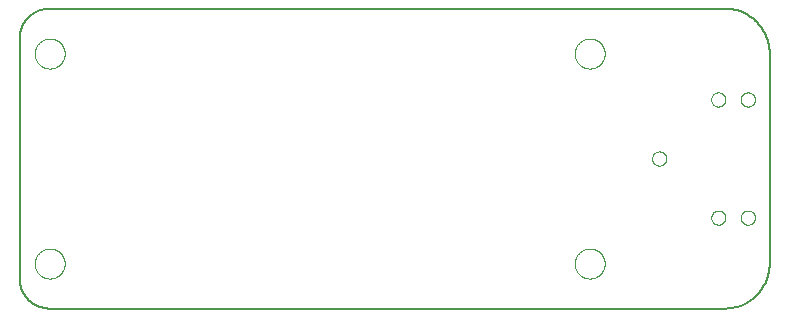
<source format=gko>
G75*
%MOIN*%
%OFA0B0*%
%FSLAX25Y25*%
%IPPOS*%
%LPD*%
%AMOC8*
5,1,8,0,0,1.08239X$1,22.5*
%
%ADD10C,0.00000*%
%ADD11C,0.00600*%
D10*
X0438333Y0038933D02*
X0438335Y0039074D01*
X0438341Y0039215D01*
X0438351Y0039355D01*
X0438365Y0039495D01*
X0438383Y0039635D01*
X0438404Y0039774D01*
X0438430Y0039913D01*
X0438459Y0040051D01*
X0438493Y0040187D01*
X0438530Y0040323D01*
X0438571Y0040458D01*
X0438616Y0040592D01*
X0438665Y0040724D01*
X0438717Y0040855D01*
X0438773Y0040984D01*
X0438833Y0041111D01*
X0438896Y0041237D01*
X0438962Y0041361D01*
X0439033Y0041484D01*
X0439106Y0041604D01*
X0439183Y0041722D01*
X0439263Y0041838D01*
X0439347Y0041951D01*
X0439433Y0042062D01*
X0439523Y0042171D01*
X0439616Y0042277D01*
X0439711Y0042380D01*
X0439810Y0042481D01*
X0439911Y0042579D01*
X0440015Y0042674D01*
X0440122Y0042766D01*
X0440231Y0042855D01*
X0440343Y0042940D01*
X0440457Y0043023D01*
X0440573Y0043103D01*
X0440692Y0043179D01*
X0440813Y0043251D01*
X0440935Y0043321D01*
X0441060Y0043386D01*
X0441186Y0043449D01*
X0441314Y0043507D01*
X0441444Y0043562D01*
X0441575Y0043614D01*
X0441708Y0043661D01*
X0441842Y0043705D01*
X0441977Y0043746D01*
X0442113Y0043782D01*
X0442250Y0043814D01*
X0442388Y0043843D01*
X0442526Y0043868D01*
X0442666Y0043888D01*
X0442806Y0043905D01*
X0442946Y0043918D01*
X0443087Y0043927D01*
X0443227Y0043932D01*
X0443368Y0043933D01*
X0443509Y0043930D01*
X0443650Y0043923D01*
X0443790Y0043912D01*
X0443930Y0043897D01*
X0444070Y0043878D01*
X0444209Y0043856D01*
X0444347Y0043829D01*
X0444485Y0043799D01*
X0444621Y0043764D01*
X0444757Y0043726D01*
X0444891Y0043684D01*
X0445025Y0043638D01*
X0445157Y0043589D01*
X0445287Y0043535D01*
X0445416Y0043478D01*
X0445543Y0043418D01*
X0445669Y0043354D01*
X0445792Y0043286D01*
X0445914Y0043215D01*
X0446034Y0043141D01*
X0446151Y0043063D01*
X0446266Y0042982D01*
X0446379Y0042898D01*
X0446490Y0042811D01*
X0446598Y0042720D01*
X0446703Y0042627D01*
X0446806Y0042530D01*
X0446906Y0042431D01*
X0447003Y0042329D01*
X0447097Y0042224D01*
X0447188Y0042117D01*
X0447276Y0042007D01*
X0447361Y0041895D01*
X0447443Y0041780D01*
X0447522Y0041663D01*
X0447597Y0041544D01*
X0447669Y0041423D01*
X0447737Y0041300D01*
X0447802Y0041175D01*
X0447864Y0041048D01*
X0447921Y0040919D01*
X0447976Y0040789D01*
X0448026Y0040658D01*
X0448073Y0040525D01*
X0448116Y0040391D01*
X0448155Y0040255D01*
X0448190Y0040119D01*
X0448222Y0039982D01*
X0448249Y0039844D01*
X0448273Y0039705D01*
X0448293Y0039565D01*
X0448309Y0039425D01*
X0448321Y0039285D01*
X0448329Y0039144D01*
X0448333Y0039003D01*
X0448333Y0038863D01*
X0448329Y0038722D01*
X0448321Y0038581D01*
X0448309Y0038441D01*
X0448293Y0038301D01*
X0448273Y0038161D01*
X0448249Y0038022D01*
X0448222Y0037884D01*
X0448190Y0037747D01*
X0448155Y0037611D01*
X0448116Y0037475D01*
X0448073Y0037341D01*
X0448026Y0037208D01*
X0447976Y0037077D01*
X0447921Y0036947D01*
X0447864Y0036818D01*
X0447802Y0036691D01*
X0447737Y0036566D01*
X0447669Y0036443D01*
X0447597Y0036322D01*
X0447522Y0036203D01*
X0447443Y0036086D01*
X0447361Y0035971D01*
X0447276Y0035859D01*
X0447188Y0035749D01*
X0447097Y0035642D01*
X0447003Y0035537D01*
X0446906Y0035435D01*
X0446806Y0035336D01*
X0446703Y0035239D01*
X0446598Y0035146D01*
X0446490Y0035055D01*
X0446379Y0034968D01*
X0446266Y0034884D01*
X0446151Y0034803D01*
X0446034Y0034725D01*
X0445914Y0034651D01*
X0445792Y0034580D01*
X0445669Y0034512D01*
X0445543Y0034448D01*
X0445416Y0034388D01*
X0445287Y0034331D01*
X0445157Y0034277D01*
X0445025Y0034228D01*
X0444891Y0034182D01*
X0444757Y0034140D01*
X0444621Y0034102D01*
X0444485Y0034067D01*
X0444347Y0034037D01*
X0444209Y0034010D01*
X0444070Y0033988D01*
X0443930Y0033969D01*
X0443790Y0033954D01*
X0443650Y0033943D01*
X0443509Y0033936D01*
X0443368Y0033933D01*
X0443227Y0033934D01*
X0443087Y0033939D01*
X0442946Y0033948D01*
X0442806Y0033961D01*
X0442666Y0033978D01*
X0442526Y0033998D01*
X0442388Y0034023D01*
X0442250Y0034052D01*
X0442113Y0034084D01*
X0441977Y0034120D01*
X0441842Y0034161D01*
X0441708Y0034205D01*
X0441575Y0034252D01*
X0441444Y0034304D01*
X0441314Y0034359D01*
X0441186Y0034417D01*
X0441060Y0034480D01*
X0440935Y0034545D01*
X0440813Y0034615D01*
X0440692Y0034687D01*
X0440573Y0034763D01*
X0440457Y0034843D01*
X0440343Y0034926D01*
X0440231Y0035011D01*
X0440122Y0035100D01*
X0440015Y0035192D01*
X0439911Y0035287D01*
X0439810Y0035385D01*
X0439711Y0035486D01*
X0439616Y0035589D01*
X0439523Y0035695D01*
X0439433Y0035804D01*
X0439347Y0035915D01*
X0439263Y0036028D01*
X0439183Y0036144D01*
X0439106Y0036262D01*
X0439033Y0036382D01*
X0438962Y0036505D01*
X0438896Y0036629D01*
X0438833Y0036755D01*
X0438773Y0036882D01*
X0438717Y0037011D01*
X0438665Y0037142D01*
X0438616Y0037274D01*
X0438571Y0037408D01*
X0438530Y0037543D01*
X0438493Y0037679D01*
X0438459Y0037815D01*
X0438430Y0037953D01*
X0438404Y0038092D01*
X0438383Y0038231D01*
X0438365Y0038371D01*
X0438351Y0038511D01*
X0438341Y0038651D01*
X0438335Y0038792D01*
X0438333Y0038933D01*
X0618333Y0038933D02*
X0618335Y0039074D01*
X0618341Y0039215D01*
X0618351Y0039355D01*
X0618365Y0039495D01*
X0618383Y0039635D01*
X0618404Y0039774D01*
X0618430Y0039913D01*
X0618459Y0040051D01*
X0618493Y0040187D01*
X0618530Y0040323D01*
X0618571Y0040458D01*
X0618616Y0040592D01*
X0618665Y0040724D01*
X0618717Y0040855D01*
X0618773Y0040984D01*
X0618833Y0041111D01*
X0618896Y0041237D01*
X0618962Y0041361D01*
X0619033Y0041484D01*
X0619106Y0041604D01*
X0619183Y0041722D01*
X0619263Y0041838D01*
X0619347Y0041951D01*
X0619433Y0042062D01*
X0619523Y0042171D01*
X0619616Y0042277D01*
X0619711Y0042380D01*
X0619810Y0042481D01*
X0619911Y0042579D01*
X0620015Y0042674D01*
X0620122Y0042766D01*
X0620231Y0042855D01*
X0620343Y0042940D01*
X0620457Y0043023D01*
X0620573Y0043103D01*
X0620692Y0043179D01*
X0620813Y0043251D01*
X0620935Y0043321D01*
X0621060Y0043386D01*
X0621186Y0043449D01*
X0621314Y0043507D01*
X0621444Y0043562D01*
X0621575Y0043614D01*
X0621708Y0043661D01*
X0621842Y0043705D01*
X0621977Y0043746D01*
X0622113Y0043782D01*
X0622250Y0043814D01*
X0622388Y0043843D01*
X0622526Y0043868D01*
X0622666Y0043888D01*
X0622806Y0043905D01*
X0622946Y0043918D01*
X0623087Y0043927D01*
X0623227Y0043932D01*
X0623368Y0043933D01*
X0623509Y0043930D01*
X0623650Y0043923D01*
X0623790Y0043912D01*
X0623930Y0043897D01*
X0624070Y0043878D01*
X0624209Y0043856D01*
X0624347Y0043829D01*
X0624485Y0043799D01*
X0624621Y0043764D01*
X0624757Y0043726D01*
X0624891Y0043684D01*
X0625025Y0043638D01*
X0625157Y0043589D01*
X0625287Y0043535D01*
X0625416Y0043478D01*
X0625543Y0043418D01*
X0625669Y0043354D01*
X0625792Y0043286D01*
X0625914Y0043215D01*
X0626034Y0043141D01*
X0626151Y0043063D01*
X0626266Y0042982D01*
X0626379Y0042898D01*
X0626490Y0042811D01*
X0626598Y0042720D01*
X0626703Y0042627D01*
X0626806Y0042530D01*
X0626906Y0042431D01*
X0627003Y0042329D01*
X0627097Y0042224D01*
X0627188Y0042117D01*
X0627276Y0042007D01*
X0627361Y0041895D01*
X0627443Y0041780D01*
X0627522Y0041663D01*
X0627597Y0041544D01*
X0627669Y0041423D01*
X0627737Y0041300D01*
X0627802Y0041175D01*
X0627864Y0041048D01*
X0627921Y0040919D01*
X0627976Y0040789D01*
X0628026Y0040658D01*
X0628073Y0040525D01*
X0628116Y0040391D01*
X0628155Y0040255D01*
X0628190Y0040119D01*
X0628222Y0039982D01*
X0628249Y0039844D01*
X0628273Y0039705D01*
X0628293Y0039565D01*
X0628309Y0039425D01*
X0628321Y0039285D01*
X0628329Y0039144D01*
X0628333Y0039003D01*
X0628333Y0038863D01*
X0628329Y0038722D01*
X0628321Y0038581D01*
X0628309Y0038441D01*
X0628293Y0038301D01*
X0628273Y0038161D01*
X0628249Y0038022D01*
X0628222Y0037884D01*
X0628190Y0037747D01*
X0628155Y0037611D01*
X0628116Y0037475D01*
X0628073Y0037341D01*
X0628026Y0037208D01*
X0627976Y0037077D01*
X0627921Y0036947D01*
X0627864Y0036818D01*
X0627802Y0036691D01*
X0627737Y0036566D01*
X0627669Y0036443D01*
X0627597Y0036322D01*
X0627522Y0036203D01*
X0627443Y0036086D01*
X0627361Y0035971D01*
X0627276Y0035859D01*
X0627188Y0035749D01*
X0627097Y0035642D01*
X0627003Y0035537D01*
X0626906Y0035435D01*
X0626806Y0035336D01*
X0626703Y0035239D01*
X0626598Y0035146D01*
X0626490Y0035055D01*
X0626379Y0034968D01*
X0626266Y0034884D01*
X0626151Y0034803D01*
X0626034Y0034725D01*
X0625914Y0034651D01*
X0625792Y0034580D01*
X0625669Y0034512D01*
X0625543Y0034448D01*
X0625416Y0034388D01*
X0625287Y0034331D01*
X0625157Y0034277D01*
X0625025Y0034228D01*
X0624891Y0034182D01*
X0624757Y0034140D01*
X0624621Y0034102D01*
X0624485Y0034067D01*
X0624347Y0034037D01*
X0624209Y0034010D01*
X0624070Y0033988D01*
X0623930Y0033969D01*
X0623790Y0033954D01*
X0623650Y0033943D01*
X0623509Y0033936D01*
X0623368Y0033933D01*
X0623227Y0033934D01*
X0623087Y0033939D01*
X0622946Y0033948D01*
X0622806Y0033961D01*
X0622666Y0033978D01*
X0622526Y0033998D01*
X0622388Y0034023D01*
X0622250Y0034052D01*
X0622113Y0034084D01*
X0621977Y0034120D01*
X0621842Y0034161D01*
X0621708Y0034205D01*
X0621575Y0034252D01*
X0621444Y0034304D01*
X0621314Y0034359D01*
X0621186Y0034417D01*
X0621060Y0034480D01*
X0620935Y0034545D01*
X0620813Y0034615D01*
X0620692Y0034687D01*
X0620573Y0034763D01*
X0620457Y0034843D01*
X0620343Y0034926D01*
X0620231Y0035011D01*
X0620122Y0035100D01*
X0620015Y0035192D01*
X0619911Y0035287D01*
X0619810Y0035385D01*
X0619711Y0035486D01*
X0619616Y0035589D01*
X0619523Y0035695D01*
X0619433Y0035804D01*
X0619347Y0035915D01*
X0619263Y0036028D01*
X0619183Y0036144D01*
X0619106Y0036262D01*
X0619033Y0036382D01*
X0618962Y0036505D01*
X0618896Y0036629D01*
X0618833Y0036755D01*
X0618773Y0036882D01*
X0618717Y0037011D01*
X0618665Y0037142D01*
X0618616Y0037274D01*
X0618571Y0037408D01*
X0618530Y0037543D01*
X0618493Y0037679D01*
X0618459Y0037815D01*
X0618430Y0037953D01*
X0618404Y0038092D01*
X0618383Y0038231D01*
X0618365Y0038371D01*
X0618351Y0038511D01*
X0618341Y0038651D01*
X0618335Y0038792D01*
X0618333Y0038933D01*
X0663845Y0054248D02*
X0663847Y0054345D01*
X0663853Y0054442D01*
X0663863Y0054538D01*
X0663877Y0054634D01*
X0663895Y0054730D01*
X0663916Y0054824D01*
X0663942Y0054918D01*
X0663971Y0055010D01*
X0664005Y0055101D01*
X0664041Y0055191D01*
X0664082Y0055279D01*
X0664126Y0055365D01*
X0664174Y0055450D01*
X0664225Y0055532D01*
X0664279Y0055613D01*
X0664337Y0055691D01*
X0664398Y0055766D01*
X0664461Y0055839D01*
X0664528Y0055910D01*
X0664598Y0055977D01*
X0664670Y0056042D01*
X0664745Y0056103D01*
X0664823Y0056162D01*
X0664902Y0056217D01*
X0664984Y0056269D01*
X0665068Y0056317D01*
X0665154Y0056362D01*
X0665242Y0056404D01*
X0665331Y0056442D01*
X0665422Y0056476D01*
X0665514Y0056506D01*
X0665607Y0056533D01*
X0665702Y0056555D01*
X0665797Y0056574D01*
X0665893Y0056589D01*
X0665989Y0056600D01*
X0666086Y0056607D01*
X0666183Y0056610D01*
X0666280Y0056609D01*
X0666377Y0056604D01*
X0666473Y0056595D01*
X0666569Y0056582D01*
X0666665Y0056565D01*
X0666760Y0056544D01*
X0666853Y0056520D01*
X0666946Y0056491D01*
X0667038Y0056459D01*
X0667128Y0056423D01*
X0667216Y0056384D01*
X0667303Y0056340D01*
X0667388Y0056294D01*
X0667471Y0056243D01*
X0667552Y0056190D01*
X0667630Y0056133D01*
X0667707Y0056073D01*
X0667780Y0056010D01*
X0667851Y0055944D01*
X0667919Y0055875D01*
X0667985Y0055803D01*
X0668047Y0055729D01*
X0668106Y0055652D01*
X0668162Y0055573D01*
X0668215Y0055491D01*
X0668265Y0055408D01*
X0668310Y0055322D01*
X0668353Y0055235D01*
X0668392Y0055146D01*
X0668427Y0055056D01*
X0668458Y0054964D01*
X0668485Y0054871D01*
X0668509Y0054777D01*
X0668529Y0054682D01*
X0668545Y0054586D01*
X0668557Y0054490D01*
X0668565Y0054393D01*
X0668569Y0054296D01*
X0668569Y0054200D01*
X0668565Y0054103D01*
X0668557Y0054006D01*
X0668545Y0053910D01*
X0668529Y0053814D01*
X0668509Y0053719D01*
X0668485Y0053625D01*
X0668458Y0053532D01*
X0668427Y0053440D01*
X0668392Y0053350D01*
X0668353Y0053261D01*
X0668310Y0053174D01*
X0668265Y0053088D01*
X0668215Y0053005D01*
X0668162Y0052923D01*
X0668106Y0052844D01*
X0668047Y0052767D01*
X0667985Y0052693D01*
X0667919Y0052621D01*
X0667851Y0052552D01*
X0667780Y0052486D01*
X0667707Y0052423D01*
X0667630Y0052363D01*
X0667552Y0052306D01*
X0667471Y0052253D01*
X0667388Y0052202D01*
X0667303Y0052156D01*
X0667216Y0052112D01*
X0667128Y0052073D01*
X0667038Y0052037D01*
X0666946Y0052005D01*
X0666853Y0051976D01*
X0666760Y0051952D01*
X0666665Y0051931D01*
X0666569Y0051914D01*
X0666473Y0051901D01*
X0666377Y0051892D01*
X0666280Y0051887D01*
X0666183Y0051886D01*
X0666086Y0051889D01*
X0665989Y0051896D01*
X0665893Y0051907D01*
X0665797Y0051922D01*
X0665702Y0051941D01*
X0665607Y0051963D01*
X0665514Y0051990D01*
X0665422Y0052020D01*
X0665331Y0052054D01*
X0665242Y0052092D01*
X0665154Y0052134D01*
X0665068Y0052179D01*
X0664984Y0052227D01*
X0664902Y0052279D01*
X0664823Y0052334D01*
X0664745Y0052393D01*
X0664670Y0052454D01*
X0664598Y0052519D01*
X0664528Y0052586D01*
X0664461Y0052657D01*
X0664398Y0052730D01*
X0664337Y0052805D01*
X0664279Y0052883D01*
X0664225Y0052964D01*
X0664174Y0053046D01*
X0664126Y0053131D01*
X0664082Y0053217D01*
X0664041Y0053305D01*
X0664005Y0053395D01*
X0663971Y0053486D01*
X0663942Y0053578D01*
X0663916Y0053672D01*
X0663895Y0053766D01*
X0663877Y0053862D01*
X0663863Y0053958D01*
X0663853Y0054054D01*
X0663847Y0054151D01*
X0663845Y0054248D01*
X0673688Y0054248D02*
X0673690Y0054345D01*
X0673696Y0054442D01*
X0673706Y0054538D01*
X0673720Y0054634D01*
X0673738Y0054730D01*
X0673759Y0054824D01*
X0673785Y0054918D01*
X0673814Y0055010D01*
X0673848Y0055101D01*
X0673884Y0055191D01*
X0673925Y0055279D01*
X0673969Y0055365D01*
X0674017Y0055450D01*
X0674068Y0055532D01*
X0674122Y0055613D01*
X0674180Y0055691D01*
X0674241Y0055766D01*
X0674304Y0055839D01*
X0674371Y0055910D01*
X0674441Y0055977D01*
X0674513Y0056042D01*
X0674588Y0056103D01*
X0674666Y0056162D01*
X0674745Y0056217D01*
X0674827Y0056269D01*
X0674911Y0056317D01*
X0674997Y0056362D01*
X0675085Y0056404D01*
X0675174Y0056442D01*
X0675265Y0056476D01*
X0675357Y0056506D01*
X0675450Y0056533D01*
X0675545Y0056555D01*
X0675640Y0056574D01*
X0675736Y0056589D01*
X0675832Y0056600D01*
X0675929Y0056607D01*
X0676026Y0056610D01*
X0676123Y0056609D01*
X0676220Y0056604D01*
X0676316Y0056595D01*
X0676412Y0056582D01*
X0676508Y0056565D01*
X0676603Y0056544D01*
X0676696Y0056520D01*
X0676789Y0056491D01*
X0676881Y0056459D01*
X0676971Y0056423D01*
X0677059Y0056384D01*
X0677146Y0056340D01*
X0677231Y0056294D01*
X0677314Y0056243D01*
X0677395Y0056190D01*
X0677473Y0056133D01*
X0677550Y0056073D01*
X0677623Y0056010D01*
X0677694Y0055944D01*
X0677762Y0055875D01*
X0677828Y0055803D01*
X0677890Y0055729D01*
X0677949Y0055652D01*
X0678005Y0055573D01*
X0678058Y0055491D01*
X0678108Y0055408D01*
X0678153Y0055322D01*
X0678196Y0055235D01*
X0678235Y0055146D01*
X0678270Y0055056D01*
X0678301Y0054964D01*
X0678328Y0054871D01*
X0678352Y0054777D01*
X0678372Y0054682D01*
X0678388Y0054586D01*
X0678400Y0054490D01*
X0678408Y0054393D01*
X0678412Y0054296D01*
X0678412Y0054200D01*
X0678408Y0054103D01*
X0678400Y0054006D01*
X0678388Y0053910D01*
X0678372Y0053814D01*
X0678352Y0053719D01*
X0678328Y0053625D01*
X0678301Y0053532D01*
X0678270Y0053440D01*
X0678235Y0053350D01*
X0678196Y0053261D01*
X0678153Y0053174D01*
X0678108Y0053088D01*
X0678058Y0053005D01*
X0678005Y0052923D01*
X0677949Y0052844D01*
X0677890Y0052767D01*
X0677828Y0052693D01*
X0677762Y0052621D01*
X0677694Y0052552D01*
X0677623Y0052486D01*
X0677550Y0052423D01*
X0677473Y0052363D01*
X0677395Y0052306D01*
X0677314Y0052253D01*
X0677231Y0052202D01*
X0677146Y0052156D01*
X0677059Y0052112D01*
X0676971Y0052073D01*
X0676881Y0052037D01*
X0676789Y0052005D01*
X0676696Y0051976D01*
X0676603Y0051952D01*
X0676508Y0051931D01*
X0676412Y0051914D01*
X0676316Y0051901D01*
X0676220Y0051892D01*
X0676123Y0051887D01*
X0676026Y0051886D01*
X0675929Y0051889D01*
X0675832Y0051896D01*
X0675736Y0051907D01*
X0675640Y0051922D01*
X0675545Y0051941D01*
X0675450Y0051963D01*
X0675357Y0051990D01*
X0675265Y0052020D01*
X0675174Y0052054D01*
X0675085Y0052092D01*
X0674997Y0052134D01*
X0674911Y0052179D01*
X0674827Y0052227D01*
X0674745Y0052279D01*
X0674666Y0052334D01*
X0674588Y0052393D01*
X0674513Y0052454D01*
X0674441Y0052519D01*
X0674371Y0052586D01*
X0674304Y0052657D01*
X0674241Y0052730D01*
X0674180Y0052805D01*
X0674122Y0052883D01*
X0674068Y0052964D01*
X0674017Y0053046D01*
X0673969Y0053131D01*
X0673925Y0053217D01*
X0673884Y0053305D01*
X0673848Y0053395D01*
X0673814Y0053486D01*
X0673785Y0053578D01*
X0673759Y0053672D01*
X0673738Y0053766D01*
X0673720Y0053862D01*
X0673706Y0053958D01*
X0673696Y0054054D01*
X0673690Y0054151D01*
X0673688Y0054248D01*
X0644160Y0073933D02*
X0644162Y0074030D01*
X0644168Y0074127D01*
X0644178Y0074223D01*
X0644192Y0074319D01*
X0644210Y0074415D01*
X0644231Y0074509D01*
X0644257Y0074603D01*
X0644286Y0074695D01*
X0644320Y0074786D01*
X0644356Y0074876D01*
X0644397Y0074964D01*
X0644441Y0075050D01*
X0644489Y0075135D01*
X0644540Y0075217D01*
X0644594Y0075298D01*
X0644652Y0075376D01*
X0644713Y0075451D01*
X0644776Y0075524D01*
X0644843Y0075595D01*
X0644913Y0075662D01*
X0644985Y0075727D01*
X0645060Y0075788D01*
X0645138Y0075847D01*
X0645217Y0075902D01*
X0645299Y0075954D01*
X0645383Y0076002D01*
X0645469Y0076047D01*
X0645557Y0076089D01*
X0645646Y0076127D01*
X0645737Y0076161D01*
X0645829Y0076191D01*
X0645922Y0076218D01*
X0646017Y0076240D01*
X0646112Y0076259D01*
X0646208Y0076274D01*
X0646304Y0076285D01*
X0646401Y0076292D01*
X0646498Y0076295D01*
X0646595Y0076294D01*
X0646692Y0076289D01*
X0646788Y0076280D01*
X0646884Y0076267D01*
X0646980Y0076250D01*
X0647075Y0076229D01*
X0647168Y0076205D01*
X0647261Y0076176D01*
X0647353Y0076144D01*
X0647443Y0076108D01*
X0647531Y0076069D01*
X0647618Y0076025D01*
X0647703Y0075979D01*
X0647786Y0075928D01*
X0647867Y0075875D01*
X0647945Y0075818D01*
X0648022Y0075758D01*
X0648095Y0075695D01*
X0648166Y0075629D01*
X0648234Y0075560D01*
X0648300Y0075488D01*
X0648362Y0075414D01*
X0648421Y0075337D01*
X0648477Y0075258D01*
X0648530Y0075176D01*
X0648580Y0075093D01*
X0648625Y0075007D01*
X0648668Y0074920D01*
X0648707Y0074831D01*
X0648742Y0074741D01*
X0648773Y0074649D01*
X0648800Y0074556D01*
X0648824Y0074462D01*
X0648844Y0074367D01*
X0648860Y0074271D01*
X0648872Y0074175D01*
X0648880Y0074078D01*
X0648884Y0073981D01*
X0648884Y0073885D01*
X0648880Y0073788D01*
X0648872Y0073691D01*
X0648860Y0073595D01*
X0648844Y0073499D01*
X0648824Y0073404D01*
X0648800Y0073310D01*
X0648773Y0073217D01*
X0648742Y0073125D01*
X0648707Y0073035D01*
X0648668Y0072946D01*
X0648625Y0072859D01*
X0648580Y0072773D01*
X0648530Y0072690D01*
X0648477Y0072608D01*
X0648421Y0072529D01*
X0648362Y0072452D01*
X0648300Y0072378D01*
X0648234Y0072306D01*
X0648166Y0072237D01*
X0648095Y0072171D01*
X0648022Y0072108D01*
X0647945Y0072048D01*
X0647867Y0071991D01*
X0647786Y0071938D01*
X0647703Y0071887D01*
X0647618Y0071841D01*
X0647531Y0071797D01*
X0647443Y0071758D01*
X0647353Y0071722D01*
X0647261Y0071690D01*
X0647168Y0071661D01*
X0647075Y0071637D01*
X0646980Y0071616D01*
X0646884Y0071599D01*
X0646788Y0071586D01*
X0646692Y0071577D01*
X0646595Y0071572D01*
X0646498Y0071571D01*
X0646401Y0071574D01*
X0646304Y0071581D01*
X0646208Y0071592D01*
X0646112Y0071607D01*
X0646017Y0071626D01*
X0645922Y0071648D01*
X0645829Y0071675D01*
X0645737Y0071705D01*
X0645646Y0071739D01*
X0645557Y0071777D01*
X0645469Y0071819D01*
X0645383Y0071864D01*
X0645299Y0071912D01*
X0645217Y0071964D01*
X0645138Y0072019D01*
X0645060Y0072078D01*
X0644985Y0072139D01*
X0644913Y0072204D01*
X0644843Y0072271D01*
X0644776Y0072342D01*
X0644713Y0072415D01*
X0644652Y0072490D01*
X0644594Y0072568D01*
X0644540Y0072649D01*
X0644489Y0072731D01*
X0644441Y0072816D01*
X0644397Y0072902D01*
X0644356Y0072990D01*
X0644320Y0073080D01*
X0644286Y0073171D01*
X0644257Y0073263D01*
X0644231Y0073357D01*
X0644210Y0073451D01*
X0644192Y0073547D01*
X0644178Y0073643D01*
X0644168Y0073739D01*
X0644162Y0073836D01*
X0644160Y0073933D01*
X0663845Y0093618D02*
X0663847Y0093715D01*
X0663853Y0093812D01*
X0663863Y0093908D01*
X0663877Y0094004D01*
X0663895Y0094100D01*
X0663916Y0094194D01*
X0663942Y0094288D01*
X0663971Y0094380D01*
X0664005Y0094471D01*
X0664041Y0094561D01*
X0664082Y0094649D01*
X0664126Y0094735D01*
X0664174Y0094820D01*
X0664225Y0094902D01*
X0664279Y0094983D01*
X0664337Y0095061D01*
X0664398Y0095136D01*
X0664461Y0095209D01*
X0664528Y0095280D01*
X0664598Y0095347D01*
X0664670Y0095412D01*
X0664745Y0095473D01*
X0664823Y0095532D01*
X0664902Y0095587D01*
X0664984Y0095639D01*
X0665068Y0095687D01*
X0665154Y0095732D01*
X0665242Y0095774D01*
X0665331Y0095812D01*
X0665422Y0095846D01*
X0665514Y0095876D01*
X0665607Y0095903D01*
X0665702Y0095925D01*
X0665797Y0095944D01*
X0665893Y0095959D01*
X0665989Y0095970D01*
X0666086Y0095977D01*
X0666183Y0095980D01*
X0666280Y0095979D01*
X0666377Y0095974D01*
X0666473Y0095965D01*
X0666569Y0095952D01*
X0666665Y0095935D01*
X0666760Y0095914D01*
X0666853Y0095890D01*
X0666946Y0095861D01*
X0667038Y0095829D01*
X0667128Y0095793D01*
X0667216Y0095754D01*
X0667303Y0095710D01*
X0667388Y0095664D01*
X0667471Y0095613D01*
X0667552Y0095560D01*
X0667630Y0095503D01*
X0667707Y0095443D01*
X0667780Y0095380D01*
X0667851Y0095314D01*
X0667919Y0095245D01*
X0667985Y0095173D01*
X0668047Y0095099D01*
X0668106Y0095022D01*
X0668162Y0094943D01*
X0668215Y0094861D01*
X0668265Y0094778D01*
X0668310Y0094692D01*
X0668353Y0094605D01*
X0668392Y0094516D01*
X0668427Y0094426D01*
X0668458Y0094334D01*
X0668485Y0094241D01*
X0668509Y0094147D01*
X0668529Y0094052D01*
X0668545Y0093956D01*
X0668557Y0093860D01*
X0668565Y0093763D01*
X0668569Y0093666D01*
X0668569Y0093570D01*
X0668565Y0093473D01*
X0668557Y0093376D01*
X0668545Y0093280D01*
X0668529Y0093184D01*
X0668509Y0093089D01*
X0668485Y0092995D01*
X0668458Y0092902D01*
X0668427Y0092810D01*
X0668392Y0092720D01*
X0668353Y0092631D01*
X0668310Y0092544D01*
X0668265Y0092458D01*
X0668215Y0092375D01*
X0668162Y0092293D01*
X0668106Y0092214D01*
X0668047Y0092137D01*
X0667985Y0092063D01*
X0667919Y0091991D01*
X0667851Y0091922D01*
X0667780Y0091856D01*
X0667707Y0091793D01*
X0667630Y0091733D01*
X0667552Y0091676D01*
X0667471Y0091623D01*
X0667388Y0091572D01*
X0667303Y0091526D01*
X0667216Y0091482D01*
X0667128Y0091443D01*
X0667038Y0091407D01*
X0666946Y0091375D01*
X0666853Y0091346D01*
X0666760Y0091322D01*
X0666665Y0091301D01*
X0666569Y0091284D01*
X0666473Y0091271D01*
X0666377Y0091262D01*
X0666280Y0091257D01*
X0666183Y0091256D01*
X0666086Y0091259D01*
X0665989Y0091266D01*
X0665893Y0091277D01*
X0665797Y0091292D01*
X0665702Y0091311D01*
X0665607Y0091333D01*
X0665514Y0091360D01*
X0665422Y0091390D01*
X0665331Y0091424D01*
X0665242Y0091462D01*
X0665154Y0091504D01*
X0665068Y0091549D01*
X0664984Y0091597D01*
X0664902Y0091649D01*
X0664823Y0091704D01*
X0664745Y0091763D01*
X0664670Y0091824D01*
X0664598Y0091889D01*
X0664528Y0091956D01*
X0664461Y0092027D01*
X0664398Y0092100D01*
X0664337Y0092175D01*
X0664279Y0092253D01*
X0664225Y0092334D01*
X0664174Y0092416D01*
X0664126Y0092501D01*
X0664082Y0092587D01*
X0664041Y0092675D01*
X0664005Y0092765D01*
X0663971Y0092856D01*
X0663942Y0092948D01*
X0663916Y0093042D01*
X0663895Y0093136D01*
X0663877Y0093232D01*
X0663863Y0093328D01*
X0663853Y0093424D01*
X0663847Y0093521D01*
X0663845Y0093618D01*
X0673688Y0093618D02*
X0673690Y0093715D01*
X0673696Y0093812D01*
X0673706Y0093908D01*
X0673720Y0094004D01*
X0673738Y0094100D01*
X0673759Y0094194D01*
X0673785Y0094288D01*
X0673814Y0094380D01*
X0673848Y0094471D01*
X0673884Y0094561D01*
X0673925Y0094649D01*
X0673969Y0094735D01*
X0674017Y0094820D01*
X0674068Y0094902D01*
X0674122Y0094983D01*
X0674180Y0095061D01*
X0674241Y0095136D01*
X0674304Y0095209D01*
X0674371Y0095280D01*
X0674441Y0095347D01*
X0674513Y0095412D01*
X0674588Y0095473D01*
X0674666Y0095532D01*
X0674745Y0095587D01*
X0674827Y0095639D01*
X0674911Y0095687D01*
X0674997Y0095732D01*
X0675085Y0095774D01*
X0675174Y0095812D01*
X0675265Y0095846D01*
X0675357Y0095876D01*
X0675450Y0095903D01*
X0675545Y0095925D01*
X0675640Y0095944D01*
X0675736Y0095959D01*
X0675832Y0095970D01*
X0675929Y0095977D01*
X0676026Y0095980D01*
X0676123Y0095979D01*
X0676220Y0095974D01*
X0676316Y0095965D01*
X0676412Y0095952D01*
X0676508Y0095935D01*
X0676603Y0095914D01*
X0676696Y0095890D01*
X0676789Y0095861D01*
X0676881Y0095829D01*
X0676971Y0095793D01*
X0677059Y0095754D01*
X0677146Y0095710D01*
X0677231Y0095664D01*
X0677314Y0095613D01*
X0677395Y0095560D01*
X0677473Y0095503D01*
X0677550Y0095443D01*
X0677623Y0095380D01*
X0677694Y0095314D01*
X0677762Y0095245D01*
X0677828Y0095173D01*
X0677890Y0095099D01*
X0677949Y0095022D01*
X0678005Y0094943D01*
X0678058Y0094861D01*
X0678108Y0094778D01*
X0678153Y0094692D01*
X0678196Y0094605D01*
X0678235Y0094516D01*
X0678270Y0094426D01*
X0678301Y0094334D01*
X0678328Y0094241D01*
X0678352Y0094147D01*
X0678372Y0094052D01*
X0678388Y0093956D01*
X0678400Y0093860D01*
X0678408Y0093763D01*
X0678412Y0093666D01*
X0678412Y0093570D01*
X0678408Y0093473D01*
X0678400Y0093376D01*
X0678388Y0093280D01*
X0678372Y0093184D01*
X0678352Y0093089D01*
X0678328Y0092995D01*
X0678301Y0092902D01*
X0678270Y0092810D01*
X0678235Y0092720D01*
X0678196Y0092631D01*
X0678153Y0092544D01*
X0678108Y0092458D01*
X0678058Y0092375D01*
X0678005Y0092293D01*
X0677949Y0092214D01*
X0677890Y0092137D01*
X0677828Y0092063D01*
X0677762Y0091991D01*
X0677694Y0091922D01*
X0677623Y0091856D01*
X0677550Y0091793D01*
X0677473Y0091733D01*
X0677395Y0091676D01*
X0677314Y0091623D01*
X0677231Y0091572D01*
X0677146Y0091526D01*
X0677059Y0091482D01*
X0676971Y0091443D01*
X0676881Y0091407D01*
X0676789Y0091375D01*
X0676696Y0091346D01*
X0676603Y0091322D01*
X0676508Y0091301D01*
X0676412Y0091284D01*
X0676316Y0091271D01*
X0676220Y0091262D01*
X0676123Y0091257D01*
X0676026Y0091256D01*
X0675929Y0091259D01*
X0675832Y0091266D01*
X0675736Y0091277D01*
X0675640Y0091292D01*
X0675545Y0091311D01*
X0675450Y0091333D01*
X0675357Y0091360D01*
X0675265Y0091390D01*
X0675174Y0091424D01*
X0675085Y0091462D01*
X0674997Y0091504D01*
X0674911Y0091549D01*
X0674827Y0091597D01*
X0674745Y0091649D01*
X0674666Y0091704D01*
X0674588Y0091763D01*
X0674513Y0091824D01*
X0674441Y0091889D01*
X0674371Y0091956D01*
X0674304Y0092027D01*
X0674241Y0092100D01*
X0674180Y0092175D01*
X0674122Y0092253D01*
X0674068Y0092334D01*
X0674017Y0092416D01*
X0673969Y0092501D01*
X0673925Y0092587D01*
X0673884Y0092675D01*
X0673848Y0092765D01*
X0673814Y0092856D01*
X0673785Y0092948D01*
X0673759Y0093042D01*
X0673738Y0093136D01*
X0673720Y0093232D01*
X0673706Y0093328D01*
X0673696Y0093424D01*
X0673690Y0093521D01*
X0673688Y0093618D01*
X0618333Y0108933D02*
X0618335Y0109074D01*
X0618341Y0109215D01*
X0618351Y0109355D01*
X0618365Y0109495D01*
X0618383Y0109635D01*
X0618404Y0109774D01*
X0618430Y0109913D01*
X0618459Y0110051D01*
X0618493Y0110187D01*
X0618530Y0110323D01*
X0618571Y0110458D01*
X0618616Y0110592D01*
X0618665Y0110724D01*
X0618717Y0110855D01*
X0618773Y0110984D01*
X0618833Y0111111D01*
X0618896Y0111237D01*
X0618962Y0111361D01*
X0619033Y0111484D01*
X0619106Y0111604D01*
X0619183Y0111722D01*
X0619263Y0111838D01*
X0619347Y0111951D01*
X0619433Y0112062D01*
X0619523Y0112171D01*
X0619616Y0112277D01*
X0619711Y0112380D01*
X0619810Y0112481D01*
X0619911Y0112579D01*
X0620015Y0112674D01*
X0620122Y0112766D01*
X0620231Y0112855D01*
X0620343Y0112940D01*
X0620457Y0113023D01*
X0620573Y0113103D01*
X0620692Y0113179D01*
X0620813Y0113251D01*
X0620935Y0113321D01*
X0621060Y0113386D01*
X0621186Y0113449D01*
X0621314Y0113507D01*
X0621444Y0113562D01*
X0621575Y0113614D01*
X0621708Y0113661D01*
X0621842Y0113705D01*
X0621977Y0113746D01*
X0622113Y0113782D01*
X0622250Y0113814D01*
X0622388Y0113843D01*
X0622526Y0113868D01*
X0622666Y0113888D01*
X0622806Y0113905D01*
X0622946Y0113918D01*
X0623087Y0113927D01*
X0623227Y0113932D01*
X0623368Y0113933D01*
X0623509Y0113930D01*
X0623650Y0113923D01*
X0623790Y0113912D01*
X0623930Y0113897D01*
X0624070Y0113878D01*
X0624209Y0113856D01*
X0624347Y0113829D01*
X0624485Y0113799D01*
X0624621Y0113764D01*
X0624757Y0113726D01*
X0624891Y0113684D01*
X0625025Y0113638D01*
X0625157Y0113589D01*
X0625287Y0113535D01*
X0625416Y0113478D01*
X0625543Y0113418D01*
X0625669Y0113354D01*
X0625792Y0113286D01*
X0625914Y0113215D01*
X0626034Y0113141D01*
X0626151Y0113063D01*
X0626266Y0112982D01*
X0626379Y0112898D01*
X0626490Y0112811D01*
X0626598Y0112720D01*
X0626703Y0112627D01*
X0626806Y0112530D01*
X0626906Y0112431D01*
X0627003Y0112329D01*
X0627097Y0112224D01*
X0627188Y0112117D01*
X0627276Y0112007D01*
X0627361Y0111895D01*
X0627443Y0111780D01*
X0627522Y0111663D01*
X0627597Y0111544D01*
X0627669Y0111423D01*
X0627737Y0111300D01*
X0627802Y0111175D01*
X0627864Y0111048D01*
X0627921Y0110919D01*
X0627976Y0110789D01*
X0628026Y0110658D01*
X0628073Y0110525D01*
X0628116Y0110391D01*
X0628155Y0110255D01*
X0628190Y0110119D01*
X0628222Y0109982D01*
X0628249Y0109844D01*
X0628273Y0109705D01*
X0628293Y0109565D01*
X0628309Y0109425D01*
X0628321Y0109285D01*
X0628329Y0109144D01*
X0628333Y0109003D01*
X0628333Y0108863D01*
X0628329Y0108722D01*
X0628321Y0108581D01*
X0628309Y0108441D01*
X0628293Y0108301D01*
X0628273Y0108161D01*
X0628249Y0108022D01*
X0628222Y0107884D01*
X0628190Y0107747D01*
X0628155Y0107611D01*
X0628116Y0107475D01*
X0628073Y0107341D01*
X0628026Y0107208D01*
X0627976Y0107077D01*
X0627921Y0106947D01*
X0627864Y0106818D01*
X0627802Y0106691D01*
X0627737Y0106566D01*
X0627669Y0106443D01*
X0627597Y0106322D01*
X0627522Y0106203D01*
X0627443Y0106086D01*
X0627361Y0105971D01*
X0627276Y0105859D01*
X0627188Y0105749D01*
X0627097Y0105642D01*
X0627003Y0105537D01*
X0626906Y0105435D01*
X0626806Y0105336D01*
X0626703Y0105239D01*
X0626598Y0105146D01*
X0626490Y0105055D01*
X0626379Y0104968D01*
X0626266Y0104884D01*
X0626151Y0104803D01*
X0626034Y0104725D01*
X0625914Y0104651D01*
X0625792Y0104580D01*
X0625669Y0104512D01*
X0625543Y0104448D01*
X0625416Y0104388D01*
X0625287Y0104331D01*
X0625157Y0104277D01*
X0625025Y0104228D01*
X0624891Y0104182D01*
X0624757Y0104140D01*
X0624621Y0104102D01*
X0624485Y0104067D01*
X0624347Y0104037D01*
X0624209Y0104010D01*
X0624070Y0103988D01*
X0623930Y0103969D01*
X0623790Y0103954D01*
X0623650Y0103943D01*
X0623509Y0103936D01*
X0623368Y0103933D01*
X0623227Y0103934D01*
X0623087Y0103939D01*
X0622946Y0103948D01*
X0622806Y0103961D01*
X0622666Y0103978D01*
X0622526Y0103998D01*
X0622388Y0104023D01*
X0622250Y0104052D01*
X0622113Y0104084D01*
X0621977Y0104120D01*
X0621842Y0104161D01*
X0621708Y0104205D01*
X0621575Y0104252D01*
X0621444Y0104304D01*
X0621314Y0104359D01*
X0621186Y0104417D01*
X0621060Y0104480D01*
X0620935Y0104545D01*
X0620813Y0104615D01*
X0620692Y0104687D01*
X0620573Y0104763D01*
X0620457Y0104843D01*
X0620343Y0104926D01*
X0620231Y0105011D01*
X0620122Y0105100D01*
X0620015Y0105192D01*
X0619911Y0105287D01*
X0619810Y0105385D01*
X0619711Y0105486D01*
X0619616Y0105589D01*
X0619523Y0105695D01*
X0619433Y0105804D01*
X0619347Y0105915D01*
X0619263Y0106028D01*
X0619183Y0106144D01*
X0619106Y0106262D01*
X0619033Y0106382D01*
X0618962Y0106505D01*
X0618896Y0106629D01*
X0618833Y0106755D01*
X0618773Y0106882D01*
X0618717Y0107011D01*
X0618665Y0107142D01*
X0618616Y0107274D01*
X0618571Y0107408D01*
X0618530Y0107543D01*
X0618493Y0107679D01*
X0618459Y0107815D01*
X0618430Y0107953D01*
X0618404Y0108092D01*
X0618383Y0108231D01*
X0618365Y0108371D01*
X0618351Y0108511D01*
X0618341Y0108651D01*
X0618335Y0108792D01*
X0618333Y0108933D01*
X0438333Y0108933D02*
X0438335Y0109074D01*
X0438341Y0109215D01*
X0438351Y0109355D01*
X0438365Y0109495D01*
X0438383Y0109635D01*
X0438404Y0109774D01*
X0438430Y0109913D01*
X0438459Y0110051D01*
X0438493Y0110187D01*
X0438530Y0110323D01*
X0438571Y0110458D01*
X0438616Y0110592D01*
X0438665Y0110724D01*
X0438717Y0110855D01*
X0438773Y0110984D01*
X0438833Y0111111D01*
X0438896Y0111237D01*
X0438962Y0111361D01*
X0439033Y0111484D01*
X0439106Y0111604D01*
X0439183Y0111722D01*
X0439263Y0111838D01*
X0439347Y0111951D01*
X0439433Y0112062D01*
X0439523Y0112171D01*
X0439616Y0112277D01*
X0439711Y0112380D01*
X0439810Y0112481D01*
X0439911Y0112579D01*
X0440015Y0112674D01*
X0440122Y0112766D01*
X0440231Y0112855D01*
X0440343Y0112940D01*
X0440457Y0113023D01*
X0440573Y0113103D01*
X0440692Y0113179D01*
X0440813Y0113251D01*
X0440935Y0113321D01*
X0441060Y0113386D01*
X0441186Y0113449D01*
X0441314Y0113507D01*
X0441444Y0113562D01*
X0441575Y0113614D01*
X0441708Y0113661D01*
X0441842Y0113705D01*
X0441977Y0113746D01*
X0442113Y0113782D01*
X0442250Y0113814D01*
X0442388Y0113843D01*
X0442526Y0113868D01*
X0442666Y0113888D01*
X0442806Y0113905D01*
X0442946Y0113918D01*
X0443087Y0113927D01*
X0443227Y0113932D01*
X0443368Y0113933D01*
X0443509Y0113930D01*
X0443650Y0113923D01*
X0443790Y0113912D01*
X0443930Y0113897D01*
X0444070Y0113878D01*
X0444209Y0113856D01*
X0444347Y0113829D01*
X0444485Y0113799D01*
X0444621Y0113764D01*
X0444757Y0113726D01*
X0444891Y0113684D01*
X0445025Y0113638D01*
X0445157Y0113589D01*
X0445287Y0113535D01*
X0445416Y0113478D01*
X0445543Y0113418D01*
X0445669Y0113354D01*
X0445792Y0113286D01*
X0445914Y0113215D01*
X0446034Y0113141D01*
X0446151Y0113063D01*
X0446266Y0112982D01*
X0446379Y0112898D01*
X0446490Y0112811D01*
X0446598Y0112720D01*
X0446703Y0112627D01*
X0446806Y0112530D01*
X0446906Y0112431D01*
X0447003Y0112329D01*
X0447097Y0112224D01*
X0447188Y0112117D01*
X0447276Y0112007D01*
X0447361Y0111895D01*
X0447443Y0111780D01*
X0447522Y0111663D01*
X0447597Y0111544D01*
X0447669Y0111423D01*
X0447737Y0111300D01*
X0447802Y0111175D01*
X0447864Y0111048D01*
X0447921Y0110919D01*
X0447976Y0110789D01*
X0448026Y0110658D01*
X0448073Y0110525D01*
X0448116Y0110391D01*
X0448155Y0110255D01*
X0448190Y0110119D01*
X0448222Y0109982D01*
X0448249Y0109844D01*
X0448273Y0109705D01*
X0448293Y0109565D01*
X0448309Y0109425D01*
X0448321Y0109285D01*
X0448329Y0109144D01*
X0448333Y0109003D01*
X0448333Y0108863D01*
X0448329Y0108722D01*
X0448321Y0108581D01*
X0448309Y0108441D01*
X0448293Y0108301D01*
X0448273Y0108161D01*
X0448249Y0108022D01*
X0448222Y0107884D01*
X0448190Y0107747D01*
X0448155Y0107611D01*
X0448116Y0107475D01*
X0448073Y0107341D01*
X0448026Y0107208D01*
X0447976Y0107077D01*
X0447921Y0106947D01*
X0447864Y0106818D01*
X0447802Y0106691D01*
X0447737Y0106566D01*
X0447669Y0106443D01*
X0447597Y0106322D01*
X0447522Y0106203D01*
X0447443Y0106086D01*
X0447361Y0105971D01*
X0447276Y0105859D01*
X0447188Y0105749D01*
X0447097Y0105642D01*
X0447003Y0105537D01*
X0446906Y0105435D01*
X0446806Y0105336D01*
X0446703Y0105239D01*
X0446598Y0105146D01*
X0446490Y0105055D01*
X0446379Y0104968D01*
X0446266Y0104884D01*
X0446151Y0104803D01*
X0446034Y0104725D01*
X0445914Y0104651D01*
X0445792Y0104580D01*
X0445669Y0104512D01*
X0445543Y0104448D01*
X0445416Y0104388D01*
X0445287Y0104331D01*
X0445157Y0104277D01*
X0445025Y0104228D01*
X0444891Y0104182D01*
X0444757Y0104140D01*
X0444621Y0104102D01*
X0444485Y0104067D01*
X0444347Y0104037D01*
X0444209Y0104010D01*
X0444070Y0103988D01*
X0443930Y0103969D01*
X0443790Y0103954D01*
X0443650Y0103943D01*
X0443509Y0103936D01*
X0443368Y0103933D01*
X0443227Y0103934D01*
X0443087Y0103939D01*
X0442946Y0103948D01*
X0442806Y0103961D01*
X0442666Y0103978D01*
X0442526Y0103998D01*
X0442388Y0104023D01*
X0442250Y0104052D01*
X0442113Y0104084D01*
X0441977Y0104120D01*
X0441842Y0104161D01*
X0441708Y0104205D01*
X0441575Y0104252D01*
X0441444Y0104304D01*
X0441314Y0104359D01*
X0441186Y0104417D01*
X0441060Y0104480D01*
X0440935Y0104545D01*
X0440813Y0104615D01*
X0440692Y0104687D01*
X0440573Y0104763D01*
X0440457Y0104843D01*
X0440343Y0104926D01*
X0440231Y0105011D01*
X0440122Y0105100D01*
X0440015Y0105192D01*
X0439911Y0105287D01*
X0439810Y0105385D01*
X0439711Y0105486D01*
X0439616Y0105589D01*
X0439523Y0105695D01*
X0439433Y0105804D01*
X0439347Y0105915D01*
X0439263Y0106028D01*
X0439183Y0106144D01*
X0439106Y0106262D01*
X0439033Y0106382D01*
X0438962Y0106505D01*
X0438896Y0106629D01*
X0438833Y0106755D01*
X0438773Y0106882D01*
X0438717Y0107011D01*
X0438665Y0107142D01*
X0438616Y0107274D01*
X0438571Y0107408D01*
X0438530Y0107543D01*
X0438493Y0107679D01*
X0438459Y0107815D01*
X0438430Y0107953D01*
X0438404Y0108092D01*
X0438383Y0108231D01*
X0438365Y0108371D01*
X0438351Y0108511D01*
X0438341Y0108651D01*
X0438335Y0108792D01*
X0438333Y0108933D01*
D11*
X0433333Y0113933D02*
X0433333Y0033933D01*
X0433336Y0033691D01*
X0433345Y0033450D01*
X0433359Y0033209D01*
X0433380Y0032968D01*
X0433406Y0032728D01*
X0433438Y0032488D01*
X0433476Y0032249D01*
X0433519Y0032012D01*
X0433569Y0031775D01*
X0433624Y0031540D01*
X0433684Y0031306D01*
X0433751Y0031074D01*
X0433822Y0030843D01*
X0433900Y0030614D01*
X0433983Y0030387D01*
X0434071Y0030162D01*
X0434165Y0029939D01*
X0434264Y0029719D01*
X0434369Y0029501D01*
X0434478Y0029286D01*
X0434593Y0029073D01*
X0434713Y0028863D01*
X0434838Y0028657D01*
X0434968Y0028453D01*
X0435103Y0028252D01*
X0435243Y0028055D01*
X0435387Y0027861D01*
X0435536Y0027671D01*
X0435690Y0027485D01*
X0435848Y0027302D01*
X0436010Y0027123D01*
X0436177Y0026948D01*
X0436348Y0026777D01*
X0436523Y0026610D01*
X0436702Y0026448D01*
X0436885Y0026290D01*
X0437071Y0026136D01*
X0437261Y0025987D01*
X0437455Y0025843D01*
X0437652Y0025703D01*
X0437853Y0025568D01*
X0438057Y0025438D01*
X0438263Y0025313D01*
X0438473Y0025193D01*
X0438686Y0025078D01*
X0438901Y0024969D01*
X0439119Y0024864D01*
X0439339Y0024765D01*
X0439562Y0024671D01*
X0439787Y0024583D01*
X0440014Y0024500D01*
X0440243Y0024422D01*
X0440474Y0024351D01*
X0440706Y0024284D01*
X0440940Y0024224D01*
X0441175Y0024169D01*
X0441412Y0024119D01*
X0441649Y0024076D01*
X0441888Y0024038D01*
X0442128Y0024006D01*
X0442368Y0023980D01*
X0442609Y0023959D01*
X0442850Y0023945D01*
X0443091Y0023936D01*
X0443333Y0023933D01*
X0658333Y0023933D01*
X0668333Y0023933D01*
X0668695Y0023937D01*
X0669058Y0023951D01*
X0669420Y0023972D01*
X0669781Y0024003D01*
X0670141Y0024042D01*
X0670500Y0024090D01*
X0670858Y0024147D01*
X0671215Y0024212D01*
X0671570Y0024286D01*
X0671923Y0024369D01*
X0672274Y0024460D01*
X0672622Y0024559D01*
X0672968Y0024667D01*
X0673312Y0024783D01*
X0673652Y0024908D01*
X0673989Y0025040D01*
X0674323Y0025181D01*
X0674654Y0025330D01*
X0674981Y0025487D01*
X0675304Y0025651D01*
X0675623Y0025823D01*
X0675937Y0026003D01*
X0676248Y0026191D01*
X0676553Y0026386D01*
X0676854Y0026588D01*
X0677150Y0026798D01*
X0677440Y0027014D01*
X0677726Y0027238D01*
X0678006Y0027468D01*
X0678280Y0027705D01*
X0678548Y0027949D01*
X0678811Y0028199D01*
X0679067Y0028455D01*
X0679317Y0028718D01*
X0679561Y0028986D01*
X0679798Y0029260D01*
X0680028Y0029540D01*
X0680252Y0029826D01*
X0680468Y0030116D01*
X0680678Y0030412D01*
X0680880Y0030713D01*
X0681075Y0031018D01*
X0681263Y0031329D01*
X0681443Y0031643D01*
X0681615Y0031962D01*
X0681779Y0032285D01*
X0681936Y0032612D01*
X0682085Y0032943D01*
X0682226Y0033277D01*
X0682358Y0033614D01*
X0682483Y0033954D01*
X0682599Y0034298D01*
X0682707Y0034644D01*
X0682806Y0034992D01*
X0682897Y0035343D01*
X0682980Y0035696D01*
X0683054Y0036051D01*
X0683119Y0036408D01*
X0683176Y0036766D01*
X0683224Y0037125D01*
X0683263Y0037485D01*
X0683294Y0037846D01*
X0683315Y0038208D01*
X0683329Y0038571D01*
X0683333Y0038933D01*
X0683333Y0108933D01*
X0683329Y0109295D01*
X0683315Y0109658D01*
X0683294Y0110020D01*
X0683263Y0110381D01*
X0683224Y0110741D01*
X0683176Y0111100D01*
X0683119Y0111458D01*
X0683054Y0111815D01*
X0682980Y0112170D01*
X0682897Y0112523D01*
X0682806Y0112874D01*
X0682707Y0113222D01*
X0682599Y0113568D01*
X0682483Y0113912D01*
X0682358Y0114252D01*
X0682226Y0114589D01*
X0682085Y0114923D01*
X0681936Y0115254D01*
X0681779Y0115581D01*
X0681615Y0115904D01*
X0681443Y0116223D01*
X0681263Y0116537D01*
X0681075Y0116848D01*
X0680880Y0117153D01*
X0680678Y0117454D01*
X0680468Y0117750D01*
X0680252Y0118040D01*
X0680028Y0118326D01*
X0679798Y0118606D01*
X0679561Y0118880D01*
X0679317Y0119148D01*
X0679067Y0119411D01*
X0678811Y0119667D01*
X0678548Y0119917D01*
X0678280Y0120161D01*
X0678006Y0120398D01*
X0677726Y0120628D01*
X0677440Y0120852D01*
X0677150Y0121068D01*
X0676854Y0121278D01*
X0676553Y0121480D01*
X0676248Y0121675D01*
X0675937Y0121863D01*
X0675623Y0122043D01*
X0675304Y0122215D01*
X0674981Y0122379D01*
X0674654Y0122536D01*
X0674323Y0122685D01*
X0673989Y0122826D01*
X0673652Y0122958D01*
X0673312Y0123083D01*
X0672968Y0123199D01*
X0672622Y0123307D01*
X0672274Y0123406D01*
X0671923Y0123497D01*
X0671570Y0123580D01*
X0671215Y0123654D01*
X0670858Y0123719D01*
X0670500Y0123776D01*
X0670141Y0123824D01*
X0669781Y0123863D01*
X0669420Y0123894D01*
X0669058Y0123915D01*
X0668695Y0123929D01*
X0668333Y0123933D01*
X0443333Y0123933D01*
X0443091Y0123930D01*
X0442850Y0123921D01*
X0442609Y0123907D01*
X0442368Y0123886D01*
X0442128Y0123860D01*
X0441888Y0123828D01*
X0441649Y0123790D01*
X0441412Y0123747D01*
X0441175Y0123697D01*
X0440940Y0123642D01*
X0440706Y0123582D01*
X0440474Y0123515D01*
X0440243Y0123444D01*
X0440014Y0123366D01*
X0439787Y0123283D01*
X0439562Y0123195D01*
X0439339Y0123101D01*
X0439119Y0123002D01*
X0438901Y0122897D01*
X0438686Y0122788D01*
X0438473Y0122673D01*
X0438263Y0122553D01*
X0438057Y0122428D01*
X0437853Y0122298D01*
X0437652Y0122163D01*
X0437455Y0122023D01*
X0437261Y0121879D01*
X0437071Y0121730D01*
X0436885Y0121576D01*
X0436702Y0121418D01*
X0436523Y0121256D01*
X0436348Y0121089D01*
X0436177Y0120918D01*
X0436010Y0120743D01*
X0435848Y0120564D01*
X0435690Y0120381D01*
X0435536Y0120195D01*
X0435387Y0120005D01*
X0435243Y0119811D01*
X0435103Y0119614D01*
X0434968Y0119413D01*
X0434838Y0119209D01*
X0434713Y0119003D01*
X0434593Y0118793D01*
X0434478Y0118580D01*
X0434369Y0118365D01*
X0434264Y0118147D01*
X0434165Y0117927D01*
X0434071Y0117704D01*
X0433983Y0117479D01*
X0433900Y0117252D01*
X0433822Y0117023D01*
X0433751Y0116792D01*
X0433684Y0116560D01*
X0433624Y0116326D01*
X0433569Y0116091D01*
X0433519Y0115854D01*
X0433476Y0115617D01*
X0433438Y0115378D01*
X0433406Y0115138D01*
X0433380Y0114898D01*
X0433359Y0114657D01*
X0433345Y0114416D01*
X0433336Y0114175D01*
X0433333Y0113933D01*
M02*

</source>
